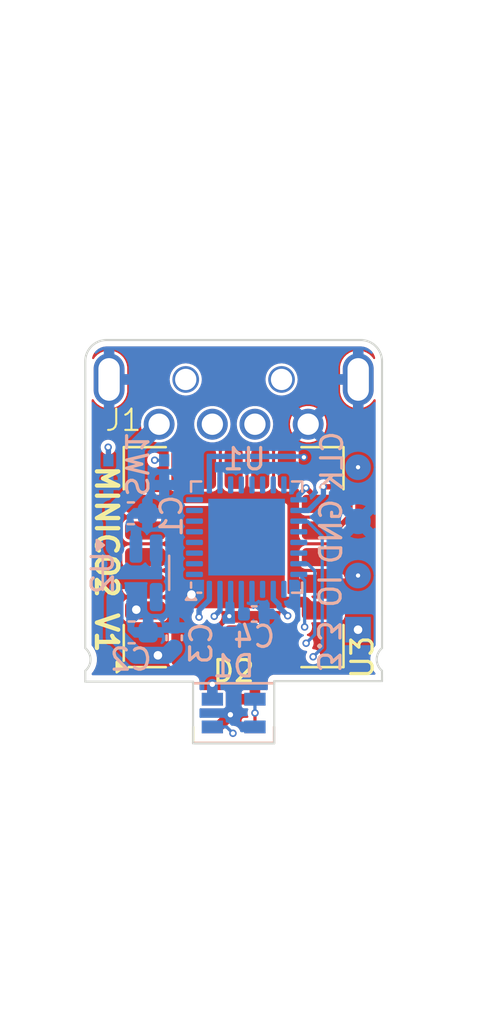
<source format=kicad_pcb>
(kicad_pcb (version 20240108) (generator "pcbnew") (generator_version "8.0")
  (layers (0 "F.Cu" signal) (1 "In1.Cu" signal) (2 "In2.Cu" signal) (31 "B.Cu" signal) (34 "B.Paste" user) (35 "F.Paste" user) (36 "B.SilkS" user "B.Silkscreen") (37 "F.SilkS" user "F.Silkscreen") (38 "B.Mask" user) (39 "F.Mask" user) (44 "Edge.Cuts" user))
  (net 0 "")
  (net 1 "Net-(D1-DOUT)")
  (net 2 "GND")
  (net 3 "DIN")
  (net 4 "+3.3V")
  (net 20 "SWDIO")
  (net 24 "D-")
  (net 25 "D+")
  (net 27 "Net-(U1-~{RESET})")
  (net 29 "Net-(U1-VDDCORE)")
  (net 30 "SWCLK")
  (net 33 "SCL")
  (net 34 "SDA")
  (net 35 "VBUS")
  (footprint "MiniCO2:917-P81A102ED60200" (layer "F.Cu") (at 141.478 80.844)
    (property "Reference" "J1" (at -5.1816 1.9092 0) (layer "F.SilkS") (effects (font (thickness 0.1))))
    (property "Value" "USB_A")
    (pad "" np_thru_hole circle (at -2.25 0) (size 1.25 1.25) (drill 1) (layers "F&B.Cu" "*.Mask"))
    (pad "" np_thru_hole circle (at 2.25 0) (size 1.25 1.25) (drill 1) (layers "F&B.Cu" "*.Mask"))
    (pad "1" thru_hole circle (at -3.5 2.1) (size 1.45 1.45) (drill 1) (layers "*.Cu" "*.Mask") (net 35 "VBUS"))
    (pad "2" thru_hole circle (at -1 2.1) (size 1.45 1.45) (drill 1) (layers "*.Cu" "*.Mask") (net 24 "D-"))
    (pad "3" thru_hole circle (at 1 2.1) (size 1.45 1.45) (drill 1) (layers "*.Cu" "*.Mask") (net 25 "D+"))
    (pad "4" thru_hole circle (at 3.5 2.1) (size 1.45 1.45) (drill 1) (layers "*.Cu" "*.Mask") (net 2 "GND"))
    (pad "5" thru_hole oval (at -5.85 0) (size 1.45 2.45) (drill oval 1 2) (layers "*.Cu" "*.Mask") (net 2 "GND"))
    (pad "5" thru_hole oval (at 5.85 0) (size 1.45 2.45) (drill oval 1 2) (layers "*.Cu" "*.Mask") (net 2 "GND"))
  )
  (footprint "MiniCO2:Sensirion_SCD4x-1EP_10.1x10.1mm_P1.25mm_EP4.8x4.8mm" (layer "F.Cu") (at 141.478 89.1794 90)
    (property "Reference" "U3" (at -4.699 6.0452 -90) (layer "F.SilkS"))
    (property "Value" "SCD40-D-R2")
    (fp_line (start 5.16 -5.16) (end 5.16 -3.185) (stroke (width 0.12)) (layer "F.SilkS"))
    (fp_line (start 3.185 -5.16) (end 5.16 -5.16) (stroke (width 0.12)) (layer "F.SilkS"))
    (fp_line (start -3.185 -5.16) (end -4.86 -5.16) (stroke (width 0.12)) (layer "F.SilkS"))
    (fp_line (start -5.16 -3.185) (end -5.16 -4.92) (stroke (width 0.12)) (layer "F.SilkS"))
    (fp_line (start 5.16 5.16) (end 5.16 3.185) (stroke (width 0.12)) (layer "F.SilkS"))
    (fp_line (start 3.185 5.16) (end 5.16 5.16) (stroke (width 0.12)) (layer "F.SilkS"))
    (fp_line (start -3.185 5.16) (end -5.16 5.16) (stroke (width 0.12)) (layer "F.SilkS"))
    (fp_line (start -5.16 5.16) (end -5.16 3.185) (stroke (width 0.12)) (layer "F.SilkS"))
    (fp_poly (pts (xy -5.16 -5.16) (xy -5.4 -5.49) (xy -4.92 -5.49) (xy -5.16 -5.16)) (stroke (width 0.12)) (fill solid) (layer "F.SilkS"))
    (pad "1" smd roundrect (at -4.15 -2.5 90) (size 1.9 0.85) (layers "F.Cu" "F.Paste" "F.Mask"))
    (pad "2" smd roundrect (at -4.15 -1.25 90) (size 1.9 0.85) (layers "F.Cu" "F.Paste" "F.Mask"))
    (pad "3" smd roundrect (at -4.15 0 90) (size 1.9 0.85) (layers "F.Cu" "F.Paste" "F.Mask"))
    (pad "4" smd roundrect (at -4.15 1.25 90) (size 1.9 0.85) (layers "F.Cu" "F.Paste" "F.Mask"))
    (pad "5" smd roundrect (at -4.15 2.5 90) (size 1.9 0.85) (layers "F.Cu" "F.Paste" "F.Mask"))
    (pad "6" smd roundrect (at -2.5 4.15 90) (size 0.85 1.9) (layers "F.Cu" "F.Paste" "F.Mask") (net 2 "GND"))
    (pad "7" smd roundrect (at -1.25 4.15 90) (size 0.85 1.9) (layers "F.Cu" "F.Paste" "F.Mask") (net 4 "+3.3V"))
    (pad "8" smd roundrect (at 0 4.15 90) (size 0.85 1.9) (layers "F.Cu" "F.Paste" "F.Mask"))
    (pad "9" smd roundrect (at 1.25 4.15 90) (size 0.85 1.9) (layers "F.Cu" "F.Paste" "F.Mask") (net 33 "SCL"))
    (pad "10" smd roundrect (at 2.5 4.15 90) (size 0.85 1.9) (layers "F.Cu" "F.Paste" "F.Mask") (net 34 "SDA"))
    (pad "11" smd roundrect (at 4.15 2.5 90) (size 1.9 0.85) (layers "F.Cu" "F.Paste" "F.Mask"))
    (pad "12" smd roundrect (at 4.15 1.25 90) (size 1.9 0.85) (layers "F.Cu" "F.Paste" "F.Mask"))
    (pad "13" smd roundrect (at 4.15 0 90) (size 1.9 0.85) (layers "F.Cu" "F.Paste" "F.Mask"))
    (pad "14" smd roundrect (at 4.15 -1.25 90) (size 1.9 0.85) (layers "F.Cu" "F.Paste" "F.Mask"))
    (pad "15" smd roundrect (at 4.15 -2.5 90) (size 1.9 0.85) (layers "F.Cu" "F.Paste" "F.Mask"))
    (pad "16" smd roundrect (at 2.5 -4.15 90) (size 0.85 1.9) (layers "F.Cu" "F.Paste" "F.Mask"))
    (pad "17" smd roundrect (at 1.25 -4.15 90) (size 0.85 1.9) (layers "F.Cu" "F.Paste" "F.Mask"))
    (pad "18" smd roundrect (at 0 -4.15 90) (size 0.85 1.9) (layers "F.Cu" "F.Paste" "F.Mask"))
    (pad "19" smd roundrect (at -1.25 -4.15 90) (size 0.85 1.9) (layers "F.Cu" "F.Paste" "F.Mask") (net 4 "+3.3V"))
    (pad "20" smd roundrect (at -2.5 -4.15 90) (size 0.85 1.9) (layers "F.Cu" "F.Paste" "F.Mask") (net 2 "GND"))
    (pad "21" smd rect (at 0 0 90) (size 4.8 4.8) (property pad_prop_heatsink) (layers "F.Cu" "F.Mask") (net 2 "GND"))
  )
  (footprint "MiniCO2:LED_SK6805_PLCC4_2.4x2.7mm_P1.3mm" (layer "F.Cu") (at 141.478 96.4946)
    (property "Reference" "D2" (at 0 -1.9652 360) (layer "F.SilkS"))
    (property "Value" "SK6805")
    (fp_line (start -1.9 -1.4) (end 1.9 -1.4) (stroke (width 0.12)) (layer "F.SilkS"))
    (fp_line (start -1.9 1.4) (end -1.9 0.65) (stroke (width 0.12)) (layer "F.SilkS"))
    (fp_line (start -1.9 1.4) (end 1.9 1.4) (stroke (width 0.12)) (layer "F.SilkS"))
    (pad "1" smd rect (at -1 -0.65) (size 1 0.6) (layers "F.Cu" "F.Paste" "F.Mask"))
    (pad "2" smd rect (at -1 0.65) (size 1 0.6) (layers "F.Cu" "F.Paste" "F.Mask") (net 2 "GND"))
    (pad "3" smd rect (at 1 0.65) (size 1 0.6) (layers "F.Cu" "F.Paste" "F.Mask") (net 1 "Net-(D1-DOUT)"))
    (pad "4" smd rect (at 1 -0.65) (size 1 0.6) (layers "F.Cu" "F.Paste" "F.Mask") (net 4 "+3.3V"))
  )
  (footprint "MiniCO2:SWD_pogo_pads" (layer "B.Cu") (at 147.32 92.583)
    (property "Reference" "J2" (hide yes))
    (property "Value" "Conn_01x04_Socket")
    (pad "1" smd rect (at 0 0) (size 1.2 1.2) (layers "B.Cu" "B.Paste" "B.Mask") (net 4 "+3.3V"))
    (pad "2" smd circle (at 0 -2.54) (size 1.2 1.2) (layers "B.Cu" "B.Paste" "B.Mask") (net 20 "SWDIO"))
    (pad "3" smd circle (at 0 -5.08) (size 1.2 1.2) (layers "B.Cu" "B.Paste" "B.Mask") (net 2 "GND"))
    (pad "4" smd circle (at 0 -7.62) (size 1.2 1.2) (layers "B.Cu" "B.Paste" "B.Mask") (net 30 "SWCLK"))
  )
  (footprint "Package_TO_SOT_SMD:SOT-23-5" (layer "B.Cu") (at 136.8902 89.916 -90)
    (property "Reference" "U2" (at 0 1.56 90) (layer "B.SilkS") (effects (justify mirror)))
    (property "Value" "AP2112K-3.3")
    (fp_line (start -0.8 1.56) (end 0 1.56) (stroke (width 0.12)) (layer "B.SilkS"))
    (fp_line (start 0.8 1.56) (end 0 1.56) (stroke (width 0.12)) (layer "B.SilkS"))
    (fp_line (start -0.8 -1.56) (end 0 -1.56) (stroke (width 0.12)) (layer "B.SilkS"))
    (fp_line (start 0.8 -1.56) (end 0 -1.56) (stroke (width 0.12)) (layer "B.SilkS"))
    (fp_poly (pts (xy -1.3 1.51) (xy -1.54 1.84) (xy -1.06 1.84) (xy -1.3 1.51)) (stroke (width 0.12)) (fill solid) (layer "B.SilkS"))
    (pad "1" smd roundrect (at -1.1375 0.95 270) (size 1.325 0.6) (layers "B.Cu" "B.Paste" "B.Mask") (net 35 "VBUS"))
    (pad "2" smd roundrect (at -1.1375 0 270) (size 1.325 0.6) (layers "B.Cu" "B.Paste" "B.Mask") (net 2 "GND"))
    (pad "3" smd roundrect (at -1.1375 -0.95 270) (size 1.325 0.6) (layers "B.Cu" "B.Paste" "B.Mask") (net 35 "VBUS"))
    (pad "4" smd roundrect (at 1.1375 -0.95 270) (size 1.325 0.6) (layers "B.Cu" "B.Paste" "B.Mask"))
    (pad "5" smd roundrect (at 1.1375 0.95 270) (size 1.325 0.6) (layers "B.Cu" "B.Paste" "B.Mask") (net 4 "+3.3V"))
  )
  (footprint "Capacitor_SMD:C_0603_1608Metric" (layer "B.Cu") (at 136.687 92.71 180)
    (property "Reference" "C2" (at 0.035 -1.27 180) (layer "B.SilkS") (effects (justify mirror)))
    (property "Value" "10uF")
    (fp_line (start 0.14058 0.51) (end -0.14058 0.51) (stroke (width 0.12)) (layer "B.SilkS"))
    (fp_line (start 0.14058 -0.51) (end -0.14058 -0.51) (stroke (width 0.12)) (layer "B.SilkS"))
    (pad "1" smd roundrect (at -0.775 0 180) (size 0.9 0.95) (layers "B.Cu" "B.Paste" "B.Mask") (net 2 "GND"))
    (pad "2" smd roundrect (at 0.775 0 180) (size 0.9 0.95) (layers "B.Cu" "B.Paste" "B.Mask") (net 4 "+3.3V"))
  )
  (footprint "MiniCO2:LS75C2D-T" (layer "B.Cu") (at 136.906 85.217)
    (property "Reference" "SW1" (at 0 -0.403112 -90) (layer "B.SilkS") (effects (justify mirror)))
    (property "Value" "SW_Push")
    (pad "1" smd rect (at -1.31 0.58) (size 0.48 0.57) (layers "B.Cu" "B.Paste" "B.Mask") (net 2 "GND"))
    (pad "1" smd rect (at 1.31 0.58) (size 0.48 0.57) (layers "B.Cu" "B.Paste" "B.Mask") (net 2 "GND"))
    (pad "2" smd rect (at -1.31 -0.58) (size 0.48 0.57) (layers "B.Cu" "B.Paste" "B.Mask") (net 27 "Net-(U1-~{RESET})"))
    (pad "2" smd rect (at 1.31 -0.58) (size 0.48 0.57) (layers "B.Cu" "B.Paste" "B.Mask") (net 27 "Net-(U1-~{RESET})"))
  )
  (footprint "Capacitor_SMD:C_0402_1005Metric" (layer "B.Cu") (at 138.684 92.964 -90)
    (property "Reference" "C3" (at 0.254 -1.27 -90) (layer "B.SilkS") (effects (justify mirror)))
    (property "Value" "1uF")
    (fp_line (start 0.107836 0.36) (end -0.107836 0.36) (stroke (width 0.12)) (layer "B.SilkS"))
    (fp_line (start 0.107836 -0.36) (end -0.107836 -0.36) (stroke (width 0.12)) (layer "B.SilkS"))
    (pad "1" smd roundrect (at -0.48 0 270) (size 0.56 0.62) (layers "B.Cu" "B.Paste" "B.Mask") (net 2 "GND"))
    (pad "2" smd roundrect (at 0.48 0 270) (size 0.56 0.62) (layers "B.Cu" "B.Paste" "B.Mask") (net 4 "+3.3V"))
  )
  (footprint "MiniCO2:LED_SK6805_PLCC4_2.4x2.7mm_P1.3mm" (layer "B.Cu") (at 141.478 96.4946 180)
    (property "Reference" "D1" (at 0 2.2 0) (layer "B.SilkS") (effects (justify mirror)))
    (property "Value" "SK6805")
    (fp_line (start 1.9 1.4) (end -1.9 1.4) (stroke (width 0.12)) (layer "B.SilkS"))
    (fp_line (start 1.9 -1.4) (end -1.9 -1.4) (stroke (width 0.12)) (layer "B.SilkS"))
    (fp_line (start -1.9 -0.65) (end -1.9 -1.4) (stroke (width 0.12)) (layer "B.SilkS"))
    (pad "1" smd rect (at -1 0.65 180) (size 1 0.6) (layers "B.Cu" "B.Paste" "B.Mask") (net 1 "Net-(D1-DOUT)"))
    (pad "2" smd rect (at -1 -0.65 180) (size 1 0.6) (layers "B.Cu" "B.Paste" "B.Mask") (net 2 "GND"))
    (pad "3" smd rect (at 1 -0.65 180) (size 1 0.6) (layers "B.Cu" "B.Paste" "B.Mask") (net 3 "DIN"))
    (pad "4" smd rect (at 1 0.65 180) (size 1 0.6) (layers "B.Cu" "B.Paste" "B.Mask") (net 4 "+3.3V"))
  )
  (footprint "MiniCO2:QFN-32-1EP_5x5mm_P0.5mm_EP3.6x3.6mm" (layer "B.Cu") (at 142.0876 88.2396)
    (property "Reference" "U1" (at -0.1016 -3.6576 180) (layer "B.SilkS") (effects (justify mirror)))
    (property "Value" "ATSAMD21E18A-M")
    (fp_line (start -2.61 -2.61) (end -2.135 -2.61) (stroke (width 0.12)) (layer "B.SilkS"))
    (fp_line (start -2.61 -2.135) (end -2.61 -2.61) (stroke (width 0.12)) (layer "B.SilkS"))
    (fp_line (start -2.61 2.37) (end -2.61 2.135) (stroke (width 0.12)) (layer "B.SilkS"))
    (fp_line (start -2.31 2.61) (end -2.135 2.61) (stroke (width 0.12)) (layer "B.SilkS"))
    (fp_line (start 2.61 -2.61) (end 2.135 -2.61) (stroke (width 0.12)) (layer "B.SilkS"))
    (fp_line (start 2.61 -2.135) (end 2.61 -2.61) (stroke (width 0.12)) (layer "B.SilkS"))
    (fp_line (start 2.61 2.135) (end 2.61 2.61) (stroke (width 0.12)) (layer "B.SilkS"))
    (fp_line (start 2.61 2.61) (end 2.135 2.61) (stroke (width 0.12)) (layer "B.SilkS"))
    (fp_poly (pts (xy -2.61 2.61) (xy -2.85 2.94) (xy -2.37 2.94) (xy -2.61 2.61)) (stroke (width 0.12)) (fill solid) (layer "B.SilkS"))
    (pad "1" smd roundrect (at -2.45 1.75) (size 0.8 0.25) (layers "B.Cu" "B.Paste" "B.Mask"))
    (pad "2" smd roundrect (at -2.45 1.25) (size 0.8 0.25) (layers "B.Cu" "B.Paste" "B.Mask"))
    (pad "3" smd roundrect (at -2.45 0.75) (size 0.8 0.25) (layers "B.Cu" "B.Paste" "B.Mask"))
    (pad "4" smd roundrect (at -2.45 0.25) (size 0.8 0.25) (layers "B.Cu" "B.Paste" "B.Mask"))
    (pad "5" smd roundrect (at -2.45 -0.25) (size 0.8 0.25) (layers "B.Cu" "B.Paste" "B.Mask"))
    (pad "6" smd roundrect (at -2.45 -0.75) (size 0.8 0.25) (layers "B.Cu" "B.Paste" "B.Mask"))
    (pad "7" smd roundrect (at -2.45 -1.25) (size 0.8 0.25) (layers "B.Cu" "B.Paste" "B.Mask"))
    (pad "8" smd roundrect (at -2.45 -1.75) (size 0.8 0.25) (layers "B.Cu" "B.Paste" "B.Mask"))
    (pad "9" smd roundrect (at -1.75 -2.45) (size 0.25 0.8) (layers "B.Cu" "B.Paste" "B.Mask") (net 4 "+3.3V"))
    (pad "10" smd roundrect (at -1.25 -2.45) (size 0.25 0.8) (layers "B.Cu" "B.Paste" "B.Mask") (net 2 "GND"))
    (pad "11" smd roundrect (at -0.75 -2.45) (size 0.25 0.8) (layers "B.Cu" "B.Paste" "B.Mask"))
    (pad "12" smd roundrect (at -0.25 -2.45) (size 0.25 0.8) (layers "B.Cu" "B.Paste" "B.Mask"))
    (pad "13" smd roundrect (at 0.25 -2.45) (size 0.25 0.8) (layers "B.Cu" "B.Paste" "B.Mask"))
    (pad "14" smd roundrect (at 0.75 -2.45) (size 0.25 0.8) (layers "B.Cu" "B.Paste" "B.Mask"))
    (pad "15" smd roundrect (at 1.25 -2.45) (size 0.25 0.8) (layers "B.Cu" "B.Paste" "B.Mask"))
    (pad "16" smd roundrect (at 1.75 -2.45) (size 0.25 0.8) (layers "B.Cu" "B.Paste" "B.Mask"))
    (pad "17" smd roundrect (at 2.45 -1.75) (size 0.8 0.25) (layers "B.Cu" "B.Paste" "B.Mask") (net 34 "SDA"))
    (pad "18" smd roundrect (at 2.45 -1.25) (size 0.8 0.25) (layers "B.Cu" "B.Paste" "B.Mask") (net 33 "SCL"))
    (pad "19" smd roundrect (at 2.45 -0.75) (size 0.8 0.25) (layers "B.Cu" "B.Paste" "B.Mask") (net 3 "DIN"))
    (pad "20" smd roundrect (at 2.45 -0.25) (size 0.8 0.25) (layers "B.Cu" "B.Paste" "B.Mask"))
    (pad "21" smd roundrect (at 2.45 0.25) (size 0.8 0.25) (layers "B.Cu" "B.Paste" "B.Mask"))
    (pad "22" smd roundrect (at 2.45 0.75) (size 0.8 0.25) (layers "B.Cu" "B.Paste" "B.Mask"))
    (pad "23" smd roundrect (at 2.45 1.25) (size 0.8 0.25) (layers "B.Cu" "B.Paste" "B.Mask") (net 24 "D-"))
    (pad "24" smd roundrect (at 2.45 1.75) (size 0.8 0.25) (layers "B.Cu" "B.Paste" "B.Mask") (net 25 "D+"))
    (pad "25" smd roundrect (at 1.75 2.45) (size 0.25 0.8) (layers "B.Cu" "B.Paste" "B.Mask"))
    (pad "26" smd roundrect (at 1.25 2.45) (size 0.25 0.8) (layers "B.Cu" "B.Paste" "B.Mask") (net 27 "Net-(U1-~{RESET})"))
    (pad "27" smd roundrect (at 0.75 2.45) (size 0.25 0.8) (layers "B.Cu" "B.Paste" "B.Mask"))
    (pad "28" smd roundrect (at 0.25 2.45) (size 0.25 0.8) (layers "B.Cu" "B.Paste" "B.Mask") (net 2 "GND"))
    (pad "29" smd roundrect (at -0.25 2.45) (size 0.25 0.8) (layers "B.Cu" "B.Paste" "B.Mask") (net 29 "Net-(U1-VDDCORE)"))
    (pad "30" smd roundrect (at -0.75 2.45) (size 0.25 0.8) (layers "B.Cu" "B.Paste" "B.Mask") (net 4 "+3.3V"))
    (pad "31" smd roundrect (at -1.25 2.45) (size 0.25 0.8) (layers "B.Cu" "B.Paste" "B.Mask") (net 30 "SWCLK"))
    (pad "32" smd roundrect (at -1.75 2.45) (size 0.25 0.8) (layers "B.Cu" "B.Paste" "B.Mask") (net 20 "SWDIO"))
    (pad "33" smd rect (at 0 0) (size 3.6 3.6) (property pad_prop_heatsink) (layers "B.Cu" "B.Mask"))
  )
  (footprint "Capacitor_SMD:C_0603_1608Metric" (layer "B.Cu") (at 136.652 87.122 180)
    (property "Reference" "C1" (at -1.905 -0.127 90) (layer "B.SilkS") (effects (justify mirror)))
    (property "Value" "10uF")
    (fp_line (start 0.14058 0.51) (end -0.14058 0.51) (stroke (width 0.12)) (layer "B.SilkS"))
    (fp_line (start 0.14058 -0.51) (end -0.14058 -0.51) (stroke (width 0.12)) (layer "B.SilkS"))
    (pad "1" smd roundrect (at -0.775 0 180) (size 0.9 0.95) (layers "B.Cu" "B.Paste" "B.Mask") (net 2 "GND"))
    (pad "2" smd roundrect (at 0.775 0 180) (size 0.9 0.95) (layers "B.Cu" "B.Paste" "B.Mask") (net 35 "VBUS"))
  )
  (footprint "Capacitor_SMD:C_0402_1005Metric" (layer "B.Cu") (at 142.4432 91.8464 180)
    (property "Reference" "C4" (at 0 -1.0668 0) (layer "B.SilkS") (effects (justify mirror)))
    (property "Value" "1uF")
    (fp_line (start 0.107836 0.36) (end -0.107836 0.36) (stroke (width 0.12)) (layer "B.SilkS"))
    (fp_line (start 0.107836 -0.36) (end -0.107836 -0.36) (stroke (width 0.12)) (layer "B.SilkS"))
    (pad "1" smd roundrect (at -0.48 0 180) (size 0.56 0.62) (layers "B.Cu" "B.Paste" "B.Mask") (net 2 "GND"))
    (pad "2" smd roundrect (at 0.48 0 180) (size 0.56 0.62) (layers "B.Cu" "B.Paste" "B.Mask") (net 29 "Net-(U1-VDDCORE)"))
  )
  (gr_line (start 148.447 79.994428) (end 148.447428 93.447751) (stroke (width 0.1)) (layer "Edge.Cuts"))
  (gr_line (start 139.573 95.0214) (end 139.573 97.917) (stroke (width 0.1)) (layer "Edge.Cuts"))
  (gr_line (start 134.509166 95.0214) (end 139.573 95.0214) (stroke (width 0.1)) (layer "Edge.Cuts"))
  (gr_line (start 139.573 97.917) (end 143.383 97.917) (stroke (width 0.1)) (layer "Edge.Cuts"))
  (gr_line (start 134.506762 93.447312) (end 134.509 79.993834) (stroke (width 0.1)) (layer "Edge.Cuts"))
  (gr_line (start 134.509165 94.510685) (end 134.509166 95.0214) (stroke (width 0.1)) (layer "Edge.Cuts"))
  (gr_arc (start 148.446169 94.508079) (mid 148.197383 93.977619) (end 148.447428 93.447751) (stroke (width 0.1)) (layer "Edge.Cuts"))
  (gr_arc (start 134.509 79.993834) (mid 134.801954 79.286847) (end 135.509 78.994) (stroke (width 0.1)) (layer "Edge.Cuts"))
  (gr_line (start 143.383 97.917) (end 143.383 94.996) (stroke (width 0.1)) (layer "Edge.Cuts"))
  (gr_arc (start 147.447 78.994) (mid 148.154276 79.287035) (end 148.447 79.994428) (stroke (width 0.1)) (layer "Edge.Cuts"))
  (gr_line (start 143.383 94.996) (end 148.447428 94.996) (stroke (width 0.1)) (layer "Edge.Cuts"))
  (gr_arc (start 134.506762 93.447312) (mid 134.756976 93.978436) (end 134.509165 94.510685) (stroke (width 0.1)) (layer "Edge.Cuts"))
  (gr_line (start 148.443642 94.511124) (end 148.447428 94.996) (stroke (width 0.1)) (layer "Edge.Cuts"))
  (gr_line (start 135.509 78.994) (end 147.447 78.994) (stroke (width 0.1)) (layer "Edge.Cuts"))
  (gr_text "3.3" (at 145.3388 94.6404 -90) (layer "B.SilkS") (effects (font (size 1 1)) (justify left bottom mirror)))
  (gr_text "IO" (at 146.6088 89.916 90) (layer "B.SilkS") (effects (font (size 1 1)) (justify left bottom mirror)))
  (gr_text "GND" (at 146.638 86.36 90) (layer "B.SilkS") (effects (font (size 1 1)) (justify left bottom mirror)))
  (gr_text "CLK" (at 146.685 83.185 90) (layer "B.SilkS") (effects (font (size 1 1)) (justify left bottom mirror)))
  (gr_text "MINICO2 V1" (at 134.9248 84.7852 -90) (layer "F.SilkS") (effects (font (size 1 1) (thickness 0.2) (bold yes)) (justify left bottom)))
  (segment (start 142.480248 97.142352) (end 142.478 97.1446) (width 0.15) (layer "F.Cu") (net 1))
  (segment (start 142.480248 96.490205) (end 142.480248 97.142352) (width 0.15) (layer "F.Cu") (net 1))
  (via (at 142.480248 96.490205) (size 0.35) (drill 0.2) (layers "F.Cu" "B.Cu") (net 1))
  (segment (start 142.478 95.8446) (end 142.478 96.487957) (width 0.15) (layer "B.Cu") (net 1))
  (segment (start 142.478 96.487957) (end 142.480248 96.490205) (width 0.15) (layer "B.Cu") (net 1))
  (segment (start 140.5382 89.8906) (end 139.4968 90.932) (width 0.8) (layer "F.Cu") (net 2))
  (segment (start 140.5382 89.154) (end 140.5382 89.8906) (width 0.8) (layer "F.Cu") (net 2))
  (segment (start 146.007 91.6794) (end 145.628 91.6794) (width 0.8) (layer "F.Cu") (net 2))
  (segment (start 145.628 91.6794) (end 145.2226 91.6794) (width 0.5) (layer "F.Cu") (net 2))
  (segment (start 136.946 91.654) (end 136.9568 91.6432) (width 0.8) (layer "F.Cu") (net 2))
  (segment (start 140.478 97.1446) (end 140.7518 97.1446) (width 0.5) (layer "F.Cu") (net 2))
  (segment (start 140.7518 97.1446) (end 141.3256 96.5708) (width 0.5) (layer "F.Cu") (net 2))
  (segment (start 144.8308 91.2876) (end 143.5862 91.2876) (width 0.5) (layer "F.Cu") (net 2))
  (segment (start 145.2226 91.6794) (end 144.8308 91.2876) (width 0.5) (layer "F.Cu") (net 2))
  (segment (start 143.5862 91.2876) (end 141.478 89.1794) (width 0.5) (layer "F.Cu") (net 2))
  (via (at 141.3256 96.5708) (size 0.4) (drill 0.25) (layers "F.Cu" "B.Cu") (net 2))
  (via (at 136.906 91.6432) (size 0.8) (drill 0.4) (layers "F.Cu" "B.Cu") (net 2))
  (via (at 139.4968 90.932) (size 0.8) (drill 0.4) (layers "F.Cu" "B.Cu") (net 2))
  (segment (start 142.3376 90.6896) (end 142.3376 91.2608) (width 0.2) (layer "B.Cu") (net 2))
  (segment (start 142.3376 91.2608) (end 142.9232 91.8464) (width 0.2) (layer "B.Cu") (net 2))
  (via (at 141.445348 97.442) (size 0.35) (drill 0.2) (layers "F.Cu" "B.Cu") (net 3))
  (via (at 145.2118 93.853) (size 0.35) (drill 0.2) (layers "F.Cu" "B.Cu") (net 3))
  (segment (start 145.638 93.4268) (end 145.638 88.190001) (width 0.15) (layer "B.Cu") (net 3))
  (segment (start 145.638 88.190001) (end 144.937599 87.4896) (width 0.15) (layer "B.Cu") (net 3))
  (segment (start 141.445348 97.442) (end 141.147948 97.1446) (width 0.15) (layer "B.Cu") (net 3))
  (segment (start 144.937599 87.4896) (end 144.5376 87.4896) (width 0.15) (layer "B.Cu") (net 3))
  (segment (start 141.147948 97.1446) (end 140.478 97.1446) (width 0.15) (layer "B.Cu") (net 3))
  (segment (start 145.2118 93.853) (end 145.638 93.4268) (width 0.15) (layer "B.Cu") (net 3))
  (via (at 137.922 93.785) (size 0.8) (drill 0.4) (layers "F.Cu" "B.Cu") (net 4))
  (via (at 144.777999 84.494963) (size 0.35) (drill 0.2) (layers "F.Cu" "B.Cu") (net 4))
  (via (at 141.2748 91.948) (size 0.35) (drill 0.2) (layers "F.Cu" "B.Cu") (net 4))
  (via (at 140.478 95.144598) (size 0.4) (drill 0.25) (layers "F.Cu" "B.Cu") (net 4))
  (via (at 147.32 92.583) (size 0.8) (drill 0.4) (layers "F.Cu" "B.Cu") (net 4))
  (segment (start 144.777999 84.494963) (end 144.738036 84.455) (width 0.2) (layer "B.Cu") (net 4))
  (segment (start 137.922 93.785) (end 136.88904 93.785) (width 0.8) (layer "B.Cu") (net 4))
  (segment (start 135.906 91.0877) (end 135.9402 91.0535) (width 0.8) (layer "B.Cu") (net 4))
  (segment (start 137.922 93.785) (end 138.343 93.785) (width 0.8) (layer "B.Cu") (net 4))
  (segment (start 136.88904 93.785) (end 135.912 92.80796) (width 0.8) (layer "B.Cu") (net 4))
  (segment (start 144.738036 84.455) (end 144.145 84.455) (width 0.2) (layer "B.Cu") (net 4))
  (segment (start 138.343 93.785) (end 138.684 93.444) (width 0.8) (layer "B.Cu") (net 4))
  (segment (start 135.912 92.71) (end 135.906 92.704) (width 0.8) (layer "B.Cu") (net 4))
  (segment (start 135.912 92.80796) (end 135.912 92.71) (width 0.8) (layer "B.Cu") (net 4))
  (segment (start 135.906 92.704) (end 135.906 91.0877) (width 0.8) (layer "B.Cu") (net 4))
  (segment (start 140.478 95.144598) (end 140.478 95.8446) (width 0.5) (layer "B.Cu") (net 4))
  (via (at 139.852896 91.991794) (size 0.35) (drill 0.2) (layers "F.Cu" "B.Cu") (net 20))
  (via (at 147.32 90.043) (size 0.35) (drill 0.2) (layers "F.Cu" "B.Cu") (net 20))
  (segment (start 139.852896 91.991794) (end 139.852896 91.668104) (width 0.25) (layer "B.Cu") (net 20))
  (segment (start 139.852896 91.668104) (end 140.3376 91.1834) (width 0.25) (layer "B.Cu") (net 20))
  (segment (start 140.3376 91.1834) (end 140.3376 90.6896) (width 0.25) (layer "B.Cu") (net 20))
  (via (at 144.8816 93.218) (size 0.35) (drill 0.2) (layers "F.Cu" "B.Cu") (net 24))
  (segment (start 144.3864 89.4896) (end 144.3876 89.4884) (width 0.2) (layer "B.Cu") (net 24))
  (segment (start 145.288 92.8116) (end 145.288 89.825614) (width 0.15) (layer "B.Cu") (net 24))
  (segment (start 144.951986 89.4896) (end 144.5376 89.4896) (width 0.15) (layer "B.Cu") (net 24))
  (segment (start 145.288 89.825614) (end 144.951986 89.4896) (width 0.15) (layer "B.Cu") (net 24))
  (segment (start 144.8816 93.218) (end 145.288 92.8116) (width 0.15) (layer "B.Cu") (net 24))
  (via (at 144.8122 92.456) (size 0.35) (drill 0.2) (layers "F.Cu" "B.Cu") (net 25))
  (segment (start 144.8122 92.456) (end 144.8122 90.2642) (width 0.15) (layer "B.Cu") (net 25))
  (segment (start 144.3864 89.9896) (end 144.3876 89.9884) (width 0.2) (layer "B.Cu") (net 25))
  (segment (start 144.8122 90.2642) (end 144.5376 89.9896) (width 0.15) (layer "B.Cu") (net 25))
  (via (at 144.018 91.9302) (size 0.35) (drill 0.2) (layers "F.Cu" "B.Cu") (net 27))
  (via (at 135.5852 84.0232) (size 0.35) (drill 0.2) (layers "F.Cu" "B.Cu") (net 27))
  (via (at 137.7696 84.6328) (size 0.35) (drill 0.2) (layers "F.Cu" "B.Cu") (net 27))
  (segment (start 143.61286 91.4146) (end 143.3376 91.13934) (width 0.25) (layer "B.Cu") (net 27))
  (segment (start 138.216 84.637) (end 137.7738 84.637) (width 0.15) (layer "B.Cu") (net 27))
  (segment (start 144.018 91.9302) (end 143.61286 91.52506) (width 0.25) (layer "B.Cu") (net 27))
  (segment (start 143.61286 91.52506) (end 143.61286 91.4146) (width 0.25) (layer "B.Cu") (net 27))
  (segment (start 135.5852 84.0232) (end 135.596 84.034) (width 0.25) (layer "B.Cu") (net 27))
  (segment (start 137.7738 84.637) (end 137.7696 84.6328) (width 0.15) (layer "B.Cu") (net 27))
  (segment (start 143.3376 91.13934) (end 143.3376 90.6896) (width 0.25) (layer "B.Cu") (net 27))
  (segment (start 135.596 84.034) (end 135.596 84.637) (width 0.25) (layer "B.Cu") (net 27))
  (segment (start 141.8376 91.7184) (end 141.8376 90.6896) (width 0.25) (layer "B.Cu") (net 29))
  (via (at 147.32 84.963) (size 0.35) (drill 0.2) (layers "F.Cu" "B.Cu") (net 30))
  (via (at 140.567052 91.954402) (size 0.35) (drill 0.2) (layers "F.Cu" "B.Cu") (net 30))
  (segment (start 140.8376 91.683854) (end 140.8376 90.6896) (width 0.25) (layer "B.Cu") (net 30))
  (segment (start 140.567052 91.954402) (end 140.8376 91.683854) (width 0.25) (layer "B.Cu") (net 30))
  (segment (start 146.939 87.249) (end 146.2586 87.9294) (width 0.25) (layer "F.Cu") (net 33))
  (segment (start 146.2586 87.9294) (end 145.628 87.9294) (width 0.25) (layer "F.Cu") (net 33))
  (segment (start 146.939 86.274372) (end 146.939 87.249) (width 0.25) (layer "F.Cu") (net 33))
  (segment (start 146.544029 85.879401) (end 146.939 86.274372) (width 0.25) (layer "F.Cu") (net 33))
  (segment (start 145.6944 85.879401) (end 146.544029 85.879401) (width 0.25) (layer "F.Cu") (net 33))
  (via (at 145.6944 85.879401) (size 0.35) (drill 0.2) (layers "F.Cu" "B.Cu") (net 33))
  (segment (start 145.6944 85.879401) (end 145.6944 86.28254) (width 0.25) (layer "B.Cu") (net 33))
  (segment (start 145.6944 86.28254) (end 144.98734 86.9896) (width 0.25) (layer "B.Cu") (net 33))
  (segment (start 144.98734 86.9896) (end 144.5376 86.9896) (width 0.25) (layer "B.Cu") (net 33))
  (segment (start 144.87563 85.931389) (end 144.879989 85.931389) (width 0.25) (layer "F.Cu") (net 34))
  (segment (start 144.879989 85.931389) (end 145.628 86.6794) (width 0.25) (layer "F.Cu") (net 34))
  (via (at 144.87563 85.931389) (size 0.35) (drill 0.2) (layers "F.Cu" "B.Cu") (net 34))
  (segment (start 144.5376 86.269419) (end 144.5376 86.4896) (width 0.25) (layer "B.Cu") (net 34))
  (segment (start 144.87563 85.931389) (end 144.5376 86.269419) (width 0.25) (layer "B.Cu") (net 34))
  (segment (start 135.877 87.122) (end 135.877 88.7153) (width 0.8) (layer "B.Cu") (net 35))
  (segment (start 136.906 84.016) (end 136.906 85.99504) (width 0.8) (layer "B.Cu") (net 35))
  (segment (start 135.877 87.02404) (end 135.877 87.122) (width 0.8) (layer "B.Cu") (net 35))
  (segment (start 135.877 88.7153) (end 135.9402 88.7785) (width 0.8) (layer "B.Cu") (net 35))
  (segment (start 137.978 82.944) (end 136.906 84.016) (width 0.8) (layer "B.Cu") (net 35))
  (segment (start 136.906 85.99504) (end 135.877 87.02404) (width 0.8) (layer "B.Cu") (net 35))
  (zone (net 4) (net_name "+3.3V") (layer "F.Cu") (name "+3.3V") (priority 1) (connect_pads (clearance 0.127)) (min_thickness 0.1) (fill yes (thermal_gap 0.127) (thermal_bridge_width 0.5))
    (polygon (pts (xy 133.9088 78.5876) (xy 150.2156 78.3844) (xy 151.0284 111.0996) (xy 132.2832 109.22)))
  )
  (zone (net 4) (net_name "+3.3V") (layer "B.Cu") (name "+3.3V") (priority 3) (connect_pads (clearance 0.127)) (min_thickness 0.1) (fill yes (thermal_gap 0.2) (thermal_bridge_width 0.5))
    (polygon (pts (xy 141.224 90.678) (xy 140.843 90.9574) (xy 140.97 92.3036) (xy 141.5542 92.3036) (xy 141.478 90.678)))
  )
  (zone (net 2) (net_name "GND") (layer "B.Cu") (connect_pads (clearance 0.127)) (min_thickness 0.1) (fill yes (thermal_gap 0.2) (thermal_bridge_width 0.5))
    (polygon (pts (xy 133.096 78.1812) (xy 152.146 78.232) (xy 153.5176 110.8456) (xy 130.5052 109.22)))
  )
  (zone (net 35) (net_name "VBUS") (layer "B.Cu") (priority 4) (connect_pads (clearance 0.1)) (min_thickness 0.127) (fill yes (thermal_gap 0.2) (thermal_bridge_width 0.5))
    (polygon (pts (xy 138.1252 88.0872) (xy 138.1252 90.2208) (xy 135.636 90.2208) (xy 135.636 88.0872)))
  )
  (zone (net 4) (net_name "+3.3V") (layer "B.Cu") (name "+3.3V") (priority 2) (connect_pads (clearance 0.127)) (min_thickness 0.1) (fill yes (thermal_gap 0.2) (thermal_bridge_width 0.5))
    (polygon (pts (xy 140.462 84.582) (xy 144.399 84.582) (xy 144.399 84.328) (xy 140.208 84.328) (xy 140.208 85.5472) (xy 140.462 85.5472)))
  )
)
</source>
